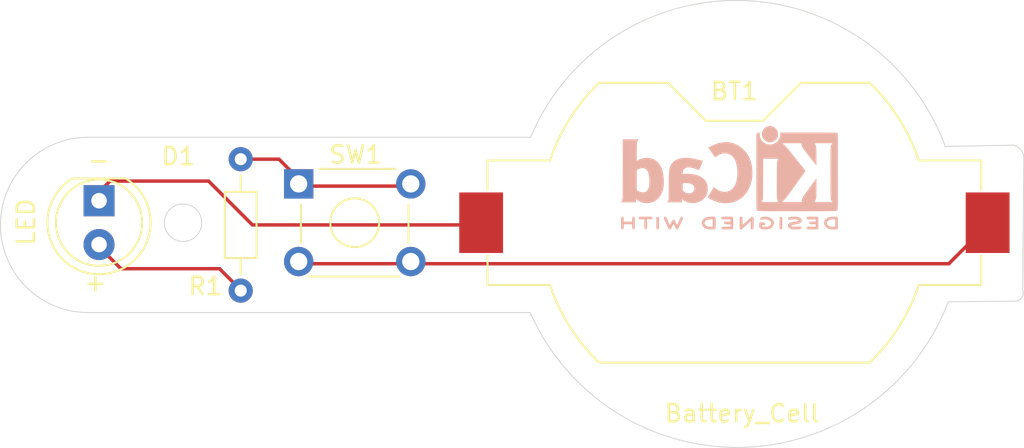
<source format=kicad_pcb>
(kicad_pcb (version 20241229) (generator "pcbnew") (generator_version "9.0")
  (layers (0 "F.Cu" signal) (2 "B.Cu" signal) (13 "F.Paste" user) (15 "B.Paste" user) (5 "F.SilkS" user "F.Silkscreen") (7 "B.SilkS" user "B.Silkscreen") (1 "F.Mask" user) (3 "B.Mask" user) (25 "Edge.Cuts" user))
  (net 0 "")
  (net 1 "/LED_Cathode")
  (net 2 "/bat_pos")
  (net 3 "/LED_Anode")
  (net 4 "Net-(SW1A-A)")
  (footprint "Button_Switch_THT:SW_TH_Tactile_Omron_B3F-10xx" (layer "F.Cu") (at 111.901294 62.393)
    (property "Reference" "SW1" (at 3.298706 -1.693 0) (layer "F.SilkS"))
    (property "Value" "SW_DPDT_x2")
    (pad "1" thru_hole rect (at 0 0) (size 1.7 1.7) (drill 1) (layers "*.Cu" "*.Mask") (net 4 "Net-(SW1A-A)"))
    (pad "1" thru_hole circle (at 6.5 0) (size 1.7 1.7) (drill 1) (layers "*.Cu" "*.Mask") (net 4 "Net-(SW1A-A)"))
    (pad "2" thru_hole circle (at 0 4.5) (size 1.7 1.7) (drill 1) (layers "*.Cu" "*.Mask") (net 2 "/bat_pos"))
    (pad "2" thru_hole circle (at 6.5 4.5) (size 1.7 1.7) (drill 1) (layers "*.Cu" "*.Mask") (net 2 "/bat_pos"))
  )
  (footprint "Resistor_THT:R_Axial_DIN0204_L3.6mm_D1.6mm_P7.62mm_Horizontal" (layer "F.Cu") (at 108.542588 68.58 90)
    (property "Reference" "R1" (at 0.253 -2.042588 180) (layer "F.SilkS"))
    (property "Value" "R1")
    (pad "1" thru_hole circle (at 0 0 90) (size 1.4 1.4) (drill 0.7) (layers "*.Cu" "*.Mask") (net 3 "/LED_Anode"))
    (pad "2" thru_hole oval (at 7.62 0 90) (size 1.4 1.4) (drill 0.7) (layers "*.Cu" "*.Mask") (net 4 "Net-(SW1A-A)"))
  )
  (footprint "LED_THT:LED_D5.0mm" (layer "F.Cu") (at 100.33 63.368 -90)
    (property "Reference" "D1" (at -2.568 -4.605 180) (layer "F.SilkS"))
    (property "Value" "LED" (at 1.232 4.23 90) (layer "F.SilkS"))
    (pad "1" thru_hole rect (at 0 0 270) (size 1.8 1.8) (drill 0.9) (layers "*.Cu" "*.Mask") (net 1 "/LED_Cathode"))
    (pad "2" thru_hole circle (at 2.54 0 270) (size 1.8 1.8) (drill 0.9) (layers "*.Cu" "*.Mask") (net 3 "/LED_Anode"))
  )
  (footprint "Battery:BatteryHolder_Keystone_1058_1x2032" (layer "F.Cu") (at 137.16 64.643 180)
    (property "Reference" "BT1" (at 0 7.62 0) (layer "F.SilkS"))
    (property "Value" "Battery_Cell" (at -0.44 -11.057 0) (layer "F.SilkS"))
    (pad "1" smd rect (at -14.68 0 180) (size 2.54 3.51) (layers "F.Cu" "F.Mask" "F.Paste") (net 2 "/bat_pos"))
    (pad "2" smd rect (at 14.68 0 180) (size 2.54 3.51) (layers "F.Cu" "F.Mask" "F.Paste") (net 1 "/LED_Cathode"))
  )
  (footprint "Symbol:KiCad-Logo2_5mm_SilkScreen" (layer "B.Cu") (at 136.8806 62.0268 180)
    (property "Reference" "REF**" (hide yes))
    (property "Value" "KiCad-Logo2_5mm_SilkScreen" (hide yes))
  )
  (gr_line (start 99.568 69.85) (end 125.3236 69.85) (stroke (width 0.05)) (layer "Edge.Cuts"))
  (gr_line (start 99.574044 59.689853) (end 125.349 59.69) (stroke (width 0.05)) (layer "Edge.Cuts"))
  (gr_circle (center 105.198794 64.643) (end 104.182794 65.024) (stroke (width 0.05)) (fill no) (layer "Edge.Cuts"))
  (gr_arc (start 153.875346 68.559623) (mid 153.84035 68.956315) (end 153.5176 69.189599) (stroke (width 0.05)) (layer "Edge.Cuts"))
  (gr_line (start 149.556954 69.226671) (end 153.5176 69.1896) (stroke (width 0.05)) (layer "Edge.Cuts"))
  (gr_arc (start 149.556954 69.226671) (mid 137.649279 77.663747) (end 125.323601 69.85) (stroke (width 0.05)) (layer "Edge.Cuts"))
  (gr_line (start 153.93482 60.990549) (end 153.875346 68.559623) (stroke (width 0.05)) (layer "Edge.Cuts"))
  (gr_line (start 149.381799 60.219213) (end 153.3144 60.1472) (stroke (width 0.05)) (layer "Edge.Cuts"))
  (gr_arc (start 153.3144 60.147201) (mid 153.787953 60.44871) (end 153.93482 60.990549) (stroke (width 0.05)) (layer "Edge.Cuts"))
  (gr_arc (start 125.349001 59.69) (mid 137.545838 51.760507) (end 149.381799 60.219213) (stroke (width 0.05)) (layer "Edge.Cuts"))
  (gr_arc (start 99.568 69.85) (mid 94.613414 64.766977) (end 99.574044 59.689853) (stroke (width 0.05)) (layer "Edge.Cuts"))
  (gr_text "-" (at 99.6 61.6 0) (layer "F.SilkS") (effects (font (size 1 1)) (justify left bottom)))
  (gr_text "+" (at 99.4 68.7 0) (layer "F.SilkS") (effects (font (size 1 1)) (justify left bottom)))
  (segment (start 109.22 64.77) (end 122.48 64.77) (width 0.2) (layer "F.Cu") (net 1))
  (segment (start 99.695 63.5) (end 100.965 62.23) (width 0.2) (layer "F.Cu") (net 1))
  (segment (start 106.68 62.23) (end 109.22 64.77) (width 0.2) (layer "F.Cu") (net 1))
  (segment (start 100.965 62.23) (end 106.68 62.23) (width 0.2) (layer "F.Cu") (net 1))
  (segment (start 118.82 67.02) (end 149.59 67.02) (width 0.2) (layer "F.Cu") (net 2))
  (segment (start 112.32 67.02) (end 118.82 67.02) (width 0.2) (layer "F.Cu") (net 2))
  (segment (start 149.59 67.02) (end 151.84 64.77) (width 0.2) (layer "F.Cu") (net 2))
  (segment (start 100.33 66.04) (end 101.6 67.31) (width 0.2) (layer "F.Cu") (net 3))
  (segment (start 101.6 67.31) (end 107.315 67.31) (width 0.2) (layer "F.Cu") (net 3))
  (segment (start 99.695 66.04) (end 100.33 66.04) (width 0.2) (layer "F.Cu") (net 3))
  (segment (start 107.315 67.31) (end 108.585 68.58) (width 0.2) (layer "F.Cu") (net 3))
  (segment (start 112.32 62.52) (end 118.82 62.52) (width 0.2) (layer "F.Cu") (net 4))
  (segment (start 110.76 60.96) (end 112.32 62.52) (width 0.2) (layer "F.Cu") (net 4))
  (segment (start 108.585 60.96) (end 110.76 60.96) (width 0.2) (layer "F.Cu") (net 4))
)
</source>
